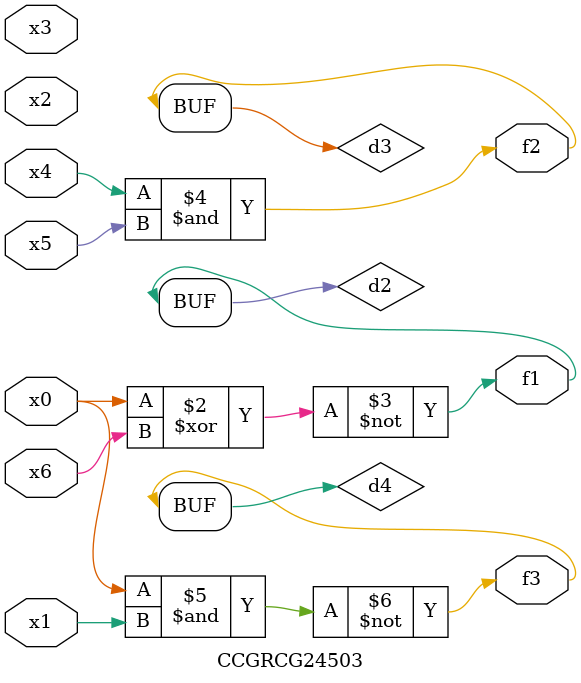
<source format=v>
module CCGRCG24503(
	input x0, x1, x2, x3, x4, x5, x6,
	output f1, f2, f3
);

	wire d1, d2, d3, d4;

	nor (d1, x0);
	xnor (d2, x0, x6);
	and (d3, x4, x5);
	nand (d4, x0, x1);
	assign f1 = d2;
	assign f2 = d3;
	assign f3 = d4;
endmodule

</source>
